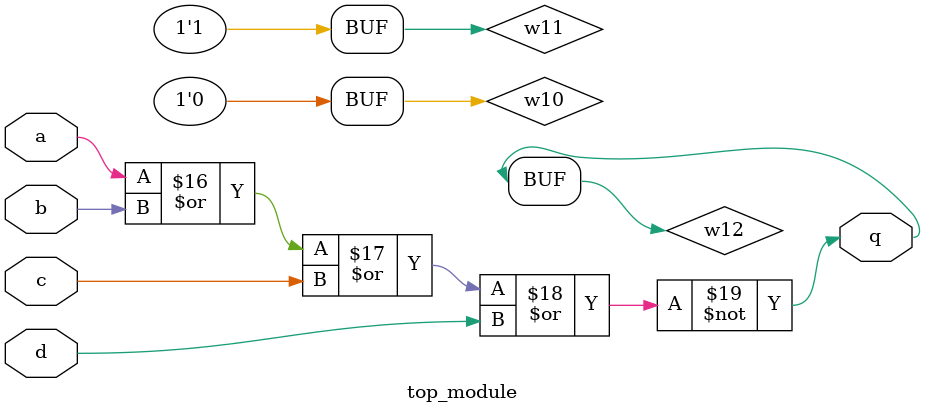
<source format=sv>
module top_module (
	input a, 
	input b, 
	input c, 
	input d,
	output q
);
	
	// Define internal wires
	wire w1, w2, w3, w4, w5, w6, w7, w8, w9, w10, w11, w12;
	
	// Logic gates
	assign w1 = a & b;
	assign w2 = ~w1;
	assign w3 = c & d;
	assign w4 = ~w3;
	assign w5 = w2 | w4;
	assign w6 = ~(a | b);
	assign w7 = ~(c | d);
	assign w8 = w6 & w7;
	assign w9 = w5 | w8;
	assign w10 = ~(~w9 | w9);
	assign w11 = ~w10;
	assign w12 = ~(a | b | c | d);
	assign q = w11 & w12;
	
endmodule

</source>
